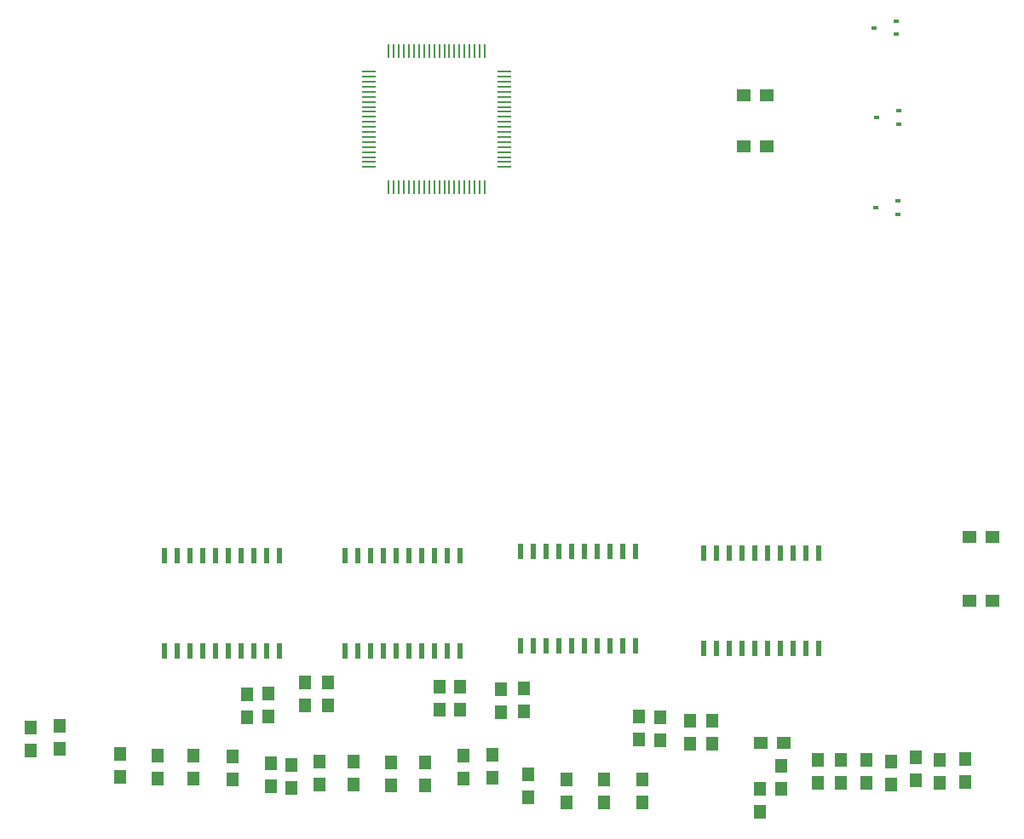
<source format=gbr>
G04 EasyPC Gerber Version 21.0.3 Build 4286 *
G04 #@! TF.Part,Single*
G04 #@! TF.FileFunction,Paste,Top *
G04 #@! TF.FilePolarity,Positive *
%FSLAX35Y35*%
%MOIN*%
G04 #@! TA.AperFunction,SMDPad*
%ADD106R,0.00500X0.05200*%
%ADD107R,0.01959X0.06487*%
%ADD72R,0.04900X0.05400*%
%ADD105R,0.05200X0.00500*%
%ADD109R,0.02353X0.01369*%
%ADD108R,0.05400X0.04900*%
X0Y0D02*
D02*
D72*
X10250Y133408D03*
Y142408D03*
X21607Y133907D03*
Y142907D03*
X45195Y122924D03*
Y131924D03*
X59797Y122425D03*
Y131425D03*
X73900Y122425D03*
Y131425D03*
X89250Y121926D03*
Y130926D03*
X94867Y146263D03*
Y155263D03*
X103228Y146512D03*
Y155512D03*
X104102Y119180D03*
Y128180D03*
X112339Y118806D03*
Y127806D03*
X117706Y151130D03*
Y160130D03*
X123197Y120054D03*
Y129054D03*
X126691Y150880D03*
Y159880D03*
X136676Y119929D03*
Y128929D03*
X151278Y119804D03*
Y128804D03*
X164756Y119555D03*
Y128555D03*
X170123Y149258D03*
Y158258D03*
X178235Y149383D03*
Y158383D03*
X179733Y122425D03*
Y131425D03*
X190840Y122675D03*
Y131675D03*
X194335Y148384D03*
Y157384D03*
X203196Y148509D03*
Y157509D03*
X204943Y114937D03*
Y123937D03*
X219794Y112940D03*
Y121940D03*
X234646Y112940D03*
Y121940D03*
X248374Y137776D03*
Y146776D03*
X249747Y113065D03*
Y122065D03*
X256736Y137402D03*
Y146402D03*
X268343Y135904D03*
Y144904D03*
X276954Y136029D03*
Y145029D03*
X295425Y109196D03*
Y118196D03*
X303787Y118307D03*
Y127307D03*
X318139Y120803D03*
Y129803D03*
X327375Y120803D03*
Y129803D03*
X337234Y120553D03*
Y129553D03*
X346844Y120054D03*
Y129054D03*
X356454Y121559D03*
Y130559D03*
X366064Y120803D03*
Y129803D03*
X375798Y121052D03*
Y130052D03*
D02*
D105*
X142524Y361870D03*
Y363870D03*
Y365770D03*
Y367770D03*
Y369770D03*
Y371670D03*
Y373670D03*
Y375670D03*
Y377570D03*
Y379570D03*
Y381570D03*
Y383570D03*
Y385470D03*
Y387470D03*
Y389470D03*
Y391370D03*
Y393370D03*
Y395370D03*
Y397270D03*
Y399270D03*
X195724Y361870D03*
Y363870D03*
Y365770D03*
Y367770D03*
Y369770D03*
Y371670D03*
Y373670D03*
Y375670D03*
Y377570D03*
Y379570D03*
Y381570D03*
Y383570D03*
Y385470D03*
Y387470D03*
Y389470D03*
Y391370D03*
Y393370D03*
Y395370D03*
Y397270D03*
Y399270D03*
D02*
D106*
X150424Y353970D03*
Y407170D03*
X152424Y353970D03*
Y407170D03*
X154324Y353970D03*
Y407170D03*
X156324Y353970D03*
Y407170D03*
X158324Y353970D03*
Y407170D03*
X160224Y353970D03*
Y407170D03*
X162224Y353970D03*
Y407170D03*
X164224Y353970D03*
Y407170D03*
X166124Y353970D03*
Y407170D03*
X168124Y353970D03*
Y407170D03*
X170124Y353970D03*
Y407170D03*
X172124Y353970D03*
Y407170D03*
X174024Y353970D03*
Y407170D03*
X176024Y353970D03*
Y407170D03*
X178024Y353970D03*
Y407170D03*
X179924Y353970D03*
Y407170D03*
X181924Y353970D03*
Y407170D03*
X183924Y353970D03*
Y407170D03*
X185824Y353970D03*
Y407170D03*
X187824Y353970D03*
Y407170D03*
D02*
D107*
X62676Y172472D03*
Y209676D03*
X67676Y172472D03*
Y209676D03*
X72676Y172472D03*
Y209676D03*
X77676Y172472D03*
Y209676D03*
X82676Y172472D03*
Y209676D03*
X87676Y172472D03*
Y209676D03*
X92676Y172472D03*
Y209676D03*
X97676Y172472D03*
Y209676D03*
X102676Y172472D03*
Y209676D03*
X107676Y172472D03*
Y209676D03*
X133395Y172472D03*
Y209676D03*
X138395Y172472D03*
Y209676D03*
X143395Y172472D03*
Y209676D03*
X148395Y172472D03*
Y209676D03*
X153395Y172472D03*
Y209676D03*
X158395Y172472D03*
Y209676D03*
X163395Y172472D03*
Y209676D03*
X168395Y172472D03*
Y209676D03*
X173395Y172472D03*
Y209676D03*
X178395Y172472D03*
Y209676D03*
X201912Y174219D03*
Y211424D03*
X206912Y174219D03*
Y211424D03*
X211912Y174219D03*
Y211424D03*
X216912Y174219D03*
Y211424D03*
X221912Y174219D03*
Y211424D03*
X226912Y174219D03*
Y211424D03*
X231912Y174219D03*
Y211424D03*
X236912Y174219D03*
Y211424D03*
X241912Y174219D03*
Y211424D03*
X246912Y174219D03*
Y211424D03*
X273549Y173470D03*
Y210675D03*
X278549Y173470D03*
Y210675D03*
X283549Y173470D03*
Y210675D03*
X288549Y173470D03*
Y210675D03*
X293549Y173470D03*
Y210675D03*
X298549Y173470D03*
Y210675D03*
X303549Y173470D03*
Y210675D03*
X308549Y173470D03*
Y210675D03*
X313549Y173470D03*
Y210675D03*
X318549Y173470D03*
Y210675D03*
D02*
D108*
X289252Y369854D03*
Y389854D03*
X295917Y136410D03*
X298252Y369854D03*
Y389854D03*
X304917Y136410D03*
X377703Y192049D03*
Y217049D03*
X386703Y192049D03*
Y217049D03*
D02*
D109*
X340392Y416469D03*
X340891Y345955D03*
X341390Y381274D03*
X349053Y413909D03*
Y419028D03*
X349552Y343396D03*
Y348514D03*
X350052Y378715D03*
Y383833D03*
X0Y0D02*
M02*

</source>
